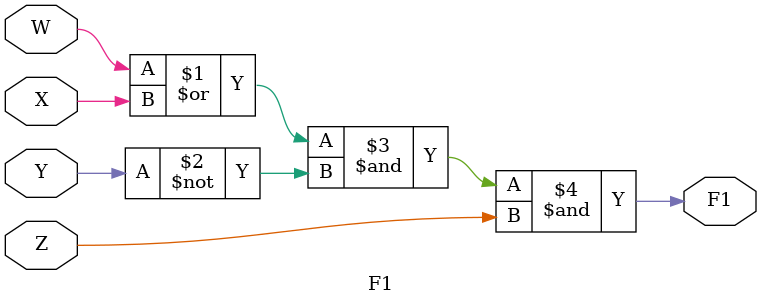
<source format=v>
`timescale 1ns / 1ps


module F1(
    input W,
    input X,
    input Y,
    input Z,
    output F1
    );
    
    assign F1 = (W | X) & (~Y) & Z;
    
endmodule

</source>
